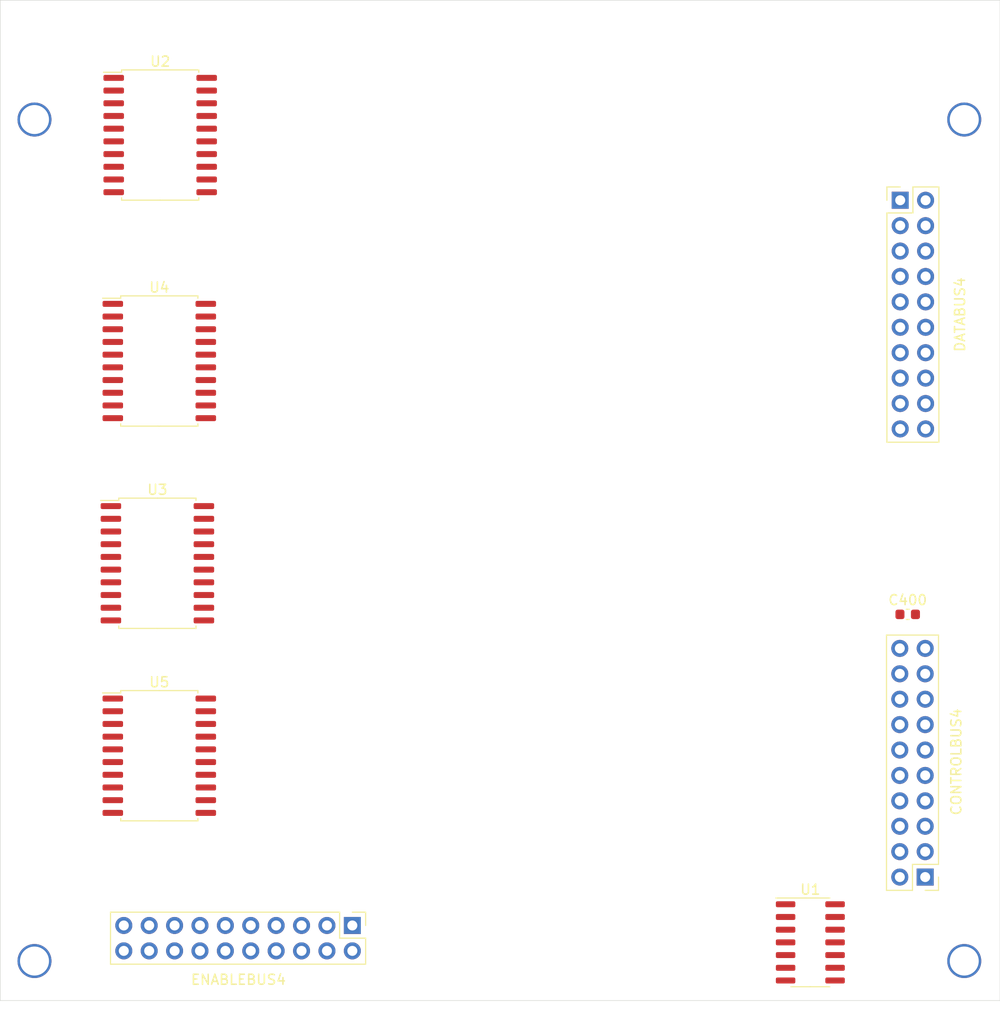
<source format=kicad_pcb>
(kicad_pcb (version 20211014) (generator pcbnew)
  (layers (0 "F.Cu" signal) (1 "In1.Cu" signal) (2 "In2.Cu" signal) (31 "B.Cu" signal) (34 "B.Paste" user) (35 "F.Paste" user) (36 "B.SilkS" user "B.Silkscreen") (37 "F.SilkS" user "F.Silkscreen") (38 "B.Mask" user) (39 "F.Mask" user) (44 "Edge.Cuts" user))
  (net 0 "")
  (net 1 "~{RES}")
  (net 2 "TASTART")
  (net 3 "PB6ON")
  (net 4 "CNT")
  (net 5 "PB7ON")
  (net 6 "SP")
  (net 7 "TAOUT")
  (net 8 "PHI2")
  (net 9 "TBOUT")
  (net 10 "~{FLAG}")
  (net 11 "SPMODE")
  (net 12 "TOD")
  (net 13 "TODIN")
  (net 14 "TAPULSE")
  (net 15 "ALARM")
  (net 16 "TBPULSE")
  (net 17 "ENABLE_NAND")
  (net 18 "TODIRQ")
  (net 20 "~{IRQ}")
  (net 21 "D7")
  (net 22 "D6")
  (net 23 "D5")
  (net 24 "D4")
  (net 25 "D3")
  (net 26 "D2")
  (net 27 "D1")
  (net 28 "D0")
  (net 29 "VCC")
  (net 30 "GND")
  (net 31 "DZ0")
  (net 32 "DZ4")
  (net 33 "DZ7")
  (net 34 "DZ3")
  (net 35 "DZ1")
  (net 36 "DZ5")
  (net 37 "DZ6")
  (net 38 "DZ2")
  (net 39 "~{EN6}")
  (net 40 "~{EN5}")
  (net 41 "~{EN7}")
  (net 42 "~{EN4}")
  (net 43 "~{EN14}")
  (net 44 "~{EN13}")
  (net 45 "~{EN12}")
  (net 46 "~{EN11}")
  (net 47 "~{EN10}")
  (net 48 "~{EN9}")
  (net 49 "~{EN8}")
  (net 50 "~{EN15}")
  (net 62 "/todAlarm/~{WEAT}")
  (net 63 "/todAlarm/ALARM0")
  (net 64 "/todAlarm/ALARM1")
  (net 65 "/todAlarm/ALARM2")
  (net 66 "/todAlarm/ALARM3")
  (net 67 "/~{PHI2}")
  (net 68 "/todAlarm/ALARM4")
  (net 69 "/todAlarm/ALARM5")
  (net 70 "/todAlarm/ALARM6")
  (net 71 "/todAlarm/ALARM7")
  (net 72 "/todAlarm/~{WEAM}")
  (net 73 "/todAlarm/ALARM16")
  (net 74 "/todAlarm/ALARM17")
  (net 75 "/todAlarm/ALARM18")
  (net 76 "/todAlarm/ALARM19")
  (net 77 "/todAlarm/ALARM20")
  (net 78 "/todAlarm/ALARM21")
  (net 79 "/todAlarm/ALARM22")
  (net 80 "/todAlarm/ALARM23")
  (net 81 "/todAlarm/~{WEAS}")
  (net 82 "/todAlarm/ALARM8")
  (net 83 "/todAlarm/ALARM9")
  (net 84 "/todAlarm/ALARM10")
  (net 85 "/todAlarm/ALARM11")
  (net 86 "/todAlarm/ALARM12")
  (net 87 "/todAlarm/ALARM13")
  (net 88 "/todAlarm/ALARM14")
  (net 89 "/todAlarm/ALARM15")
  (net 90 "/todAlarm/~{WEAH}")
  (net 91 "/todAlarm/ALARM24")
  (net 92 "/todAlarm/ALARM25")
  (net 93 "/todAlarm/ALARM26")
  (net 94 "/todAlarm/ALARM27")
  (net 95 "/todAlarm/ALARM28")
  (net 96 "/todAlarm/ALARM29")
  (net 97 "/todAlarm/ALARM30")
  (net 98 "/todAlarm/ALARM31")
  (footprint "Capacitor_SMD:C_0603_1608Metric" (layer "F.Cu") (at 190.75 106.4)
    (fp_text reference "C400" (at 0 -1.43) (layer "F.SilkS"))
    (fp_text value "100n")
    (fp_line (start -0.14058 -0.51) (end 0.14058 -0.51) (layer "F.SilkS") (width 0.12))
    (fp_line (start -0.14058 0.51) (end 0.14058 0.51) (layer "F.SilkS") (width 0.12))
    (pad "1" smd roundrect (at -0.775 0) (size 0.9 0.95) (layers "F.Cu" "F.Paste" "F.Mask") (net 1 "~{RES}"))
    (pad "2" smd roundrect (at 0.775 0) (size 0.9 0.95) (layers "F.Cu" "F.Paste" "F.Mask") (net 30 "GND"))
  )
  (footprint "Package_SO:SOIC-20W_7.5x12.8mm_P1.27mm" (layer "F.Cu") (at 115.89 81.07)
    (fp_text reference "U4" (at 0 -7.35) (layer "F.SilkS"))
    (fp_text value "74HC377")
    (fp_line (start -3.86 -6.275) (end -5.675 -6.275) (layer "F.SilkS") (width 0.12))
    (fp_line (start 0 6.51) (end -3.86 6.51) (layer "F.SilkS") (width 0.12))
    (fp_line (start -3.86 -6.51) (end -3.86 -6.275) (layer "F.SilkS") (width 0.12))
    (fp_line (start 3.86 -6.51) (end 3.86 -6.275) (layer "F.SilkS") (width 0.12))
    (fp_line (start 0 -6.51) (end 3.86 -6.51) (layer "F.SilkS") (width 0.12))
    (fp_line (start 0 -6.51) (end -3.86 -6.51) (layer "F.SilkS") (width 0.12))
    (fp_line (start -3.86 6.51) (end -3.86 6.275) (layer "F.SilkS") (width 0.12))
    (fp_line (start 3.86 6.51) (end 3.86 6.275) (layer "F.SilkS") (width 0.12))
    (fp_line (start 0 6.51) (end 3.86 6.51) (layer "F.SilkS") (width 0.12))
    (pad "1" smd roundrect (at -4.65 -5.715) (size 2.05 0.6) (layers "F.Cu" "F.Paste" "F.Mask") (net 81 "/todAlarm/~{WEAS}"))
    (pad "2" smd roundrect (at -4.65 -4.445) (size 2.05 0.6) (layers "F.Cu" "F.Paste" "F.Mask") (net 82 "/todAlarm/ALARM8"))
    (pad "3" smd roundrect (at -4.65 -3.175) (size 2.05 0.6) (layers "F.Cu" "F.Paste" "F.Mask") (net 31 "DZ0"))
    (pad "4" smd roundrect (at -4.65 -1.905) (size 2.05 0.6) (layers "F.Cu" "F.Paste" "F.Mask") (net 35 "DZ1"))
    (pad "5" smd roundrect (at -4.65 -0.635) (size 2.05 0.6) (layers "F.Cu" "F.Paste" "F.Mask") (net 83 "/todAlarm/ALARM9"))
    (pad "6" smd roundrect (at -4.65 0.635) (size 2.05 0.6) (layers "F.Cu" "F.Paste" "F.Mask") (net 84 "/todAlarm/ALARM10"))
    (pad "7" smd roundrect (at -4.65 1.905) (size 2.05 0.6) (layers "F.Cu" "F.Paste" "F.Mask") (net 38 "DZ2"))
    (pad "8" smd roundrect (at -4.65 3.175) (size 2.05 0.6) (layers "F.Cu" "F.Paste" "F.Mask") (net 34 "DZ3"))
    (pad "9" smd roundrect (at -4.65 4.445) (size 2.05 0.6) (layers "F.Cu" "F.Paste" "F.Mask") (net 85 "/todAlarm/ALARM11"))
    (pad "10" smd roundrect (at -4.65 5.715) (size 2.05 0.6) (layers "F.Cu" "F.Paste" "F.Mask") (net 30 "GND"))
    (pad "11" smd roundrect (at 4.65 5.715) (size 2.05 0.6) (layers "F.Cu" "F.Paste" "F.Mask") (net 67 "/~{PHI2}"))
    (pad "12" smd roundrect (at 4.65 4.445) (size 2.05 0.6) (layers "F.Cu" "F.Paste" "F.Mask") (net 86 "/todAlarm/ALARM12"))
    (pad "13" smd roundrect (at 4.65 3.175) (size 2.05 0.6) (layers "F.Cu" "F.Paste" "F.Mask") (net 32 "DZ4"))
    (pad "14" smd roundrect (at 4.65 1.905) (size 2.05 0.6) (layers "F.Cu" "F.Paste" "F.Mask") (net 36 "DZ5"))
    (pad "15" smd roundrect (at 4.65 0.635) (size 2.05 0.6) (layers "F.Cu" "F.Paste" "F.Mask") (net 87 "/todAlarm/ALARM13"))
    (pad "16" smd roundrect (at 4.65 -0.635) (size 2.05 0.6) (layers "F.Cu" "F.Paste" "F.Mask") (net 88 "/todAlarm/ALARM14"))
    (pad "17" smd roundrect (at 4.65 -1.905) (size 2.05 0.6) (layers "F.Cu" "F.Paste" "F.Mask") (net 37 "DZ6"))
    (pad "18" smd roundrect (at 4.65 -3.175) (size 2.05 0.6) (layers "F.Cu" "F.Paste" "F.Mask") (net 30 "GND"))
    (pad "19" smd roundrect (at 4.65 -4.445) (size 2.05 0.6) (layers "F.Cu" "F.Paste" "F.Mask") (net 89 "/todAlarm/ALARM15"))
    (pad "20" smd roundrect (at 4.65 -5.715) (size 2.05 0.6) (layers "F.Cu" "F.Paste" "F.Mask") (net 29 "VCC"))
  )
  (footprint "Package_SO:SOIC-14_3.9x8.7mm_P1.27mm" (layer "F.Cu") (at 181.01 139.19)
    (fp_text reference "U1" (at 0 -5.28) (layer "F.SilkS"))
    (fp_text value "74HC04")
    (fp_line (start 0 4.435) (end 1.95 4.435) (layer "F.SilkS") (width 0.12))
    (fp_line (start 0 -4.435) (end -3.45 -4.435) (layer "F.SilkS") (width 0.12))
    (fp_line (start 0 -4.435) (end 1.95 -4.435) (layer "F.SilkS") (width 0.12))
    (fp_line (start 0 4.435) (end -1.95 4.435) (layer "F.SilkS") (width 0.12))
    (pad "1" smd roundrect (at -2.475 -3.81) (size 1.95 0.6) (layers "F.Cu" "F.Paste" "F.Mask") (net 8 "PHI2"))
    (pad "2" smd roundrect (at -2.475 -2.54) (size 1.95 0.6) (layers "F.Cu" "F.Paste" "F.Mask") (net 67 "/~{PHI2}"))
    (pad "3" smd roundrect (at -2.475 -1.27) (size 1.95 0.6) (layers "F.Cu" "F.Paste" "F.Mask"))
    (pad "4" smd roundrect (at -2.475 0) (size 1.95 0.6) (layers "F.Cu" "F.Paste" "F.Mask"))
    (pad "5" smd roundrect (at -2.475 1.27) (size 1.95 0.6) (layers "F.Cu" "F.Paste" "F.Mask"))
    (pad "6" smd roundrect (at -2.475 2.54) (size 1.95 0.6) (layers "F.Cu" "F.Paste" "F.Mask"))
    (pad "7" smd roundrect (at -2.475 3.81) (size 1.95 0.6) (layers "F.Cu" "F.Paste" "F.Mask"))
    (pad "8" smd roundrect (at 2.475 3.81) (size 1.95 0.6) (layers "F.Cu" "F.Paste" "F.Mask"))
    (pad "9" smd roundrect (at 2.475 2.54) (size 1.95 0.6) (layers "F.Cu" "F.Paste" "F.Mask"))
    (pad "10" smd roundrect (at 2.475 1.27) (size 1.95 0.6) (layers "F.Cu" "F.Paste" "F.Mask"))
    (pad "11" smd roundrect (at 2.475 0) (size 1.95 0.6) (layers "F.Cu" "F.Paste" "F.Mask"))
    (pad "12" smd roundrect (at 2.475 -1.27) (size 1.95 0.6) (layers "F.Cu" "F.Paste" "F.Mask"))
    (pad "13" smd roundrect (at 2.475 -2.54) (size 1.95 0.6) (layers "F.Cu" "F.Paste" "F.Mask"))
    (pad "14" smd roundrect (at 2.475 -3.81) (size 1.95 0.6) (layers "F.Cu" "F.Paste" "F.Mask"))
  )
  (footprint "Package_SO:SOIC-20W_7.5x12.8mm_P1.27mm" (layer "F.Cu") (at 115.98 58.48)
    (fp_text reference "U2" (at 0 -7.35) (layer "F.SilkS"))
    (fp_text value "74HC377")
    (fp_line (start 3.86 -6.51) (end 3.86 -6.275) (layer "F.SilkS") (width 0.12))
    (fp_line (start 0 -6.51) (end -3.86 -6.51) (layer "F.SilkS") (width 0.12))
    (fp_line (start -3.86 6.51) (end -3.86 6.275) (layer "F.SilkS") (width 0.12))
    (fp_line (start 0 6.51) (end 3.86 6.51) (layer "F.SilkS") (width 0.12))
    (fp_line (start 0 -6.51) (end 3.86 -6.51) (layer "F.SilkS") (width 0.12))
    (fp_line (start -3.86 -6.275) (end -5.675 -6.275) (layer "F.SilkS") (width 0.12))
    (fp_line (start 0 6.51) (end -3.86 6.51) (layer "F.SilkS") (width 0.12))
    (fp_line (start -3.86 -6.51) (end -3.86 -6.275) (layer "F.SilkS") (width 0.12))
    (fp_line (start 3.86 6.51) (end 3.86 6.275) (layer "F.SilkS") (width 0.12))
    (pad "1" smd roundrect (at -4.65 -5.715) (size 2.05 0.6) (layers "F.Cu" "F.Paste" "F.Mask") (net 62 "/todAlarm/~{WEAT}"))
    (pad "2" smd roundrect (at -4.65 -4.445) (size 2.05 0.6) (layers "F.Cu" "F.Paste" "F.Mask") (net 63 "/todAlarm/ALARM0"))
    (pad "3" smd roundrect (at -4.65 -3.175) (size 2.05 0.6) (layers "F.Cu" "F.Paste" "F.Mask") (net 31 "DZ0"))
    (pad "4" smd roundrect (at -4.65 -1.905) (size 2.05 0.6) (layers "F.Cu" "F.Paste" "F.Mask") (net 35 "DZ1"))
    (pad "5" smd roundrect (at -4.65 -0.635) (size 2.05 0.6) (layers "F.Cu" "F.Paste" "F.Mask") (net 64 "/todAlarm/ALARM1"))
    (pad "6" smd roundrect (at -4.65 0.635) (size 2.05 0.6) (layers "F.Cu" "F.Paste" "F.Mask") (net 65 "/todAlarm/ALARM2"))
    (pad "7" smd roundrect (at -4.65 1.905) (size 2.05 0.6) (layers "F.Cu" "F.Paste" "F.Mask") (net 38 "DZ2"))
    (pad "8" smd roundrect (at -4.65 3.175) (size 2.05 0.6) (layers "F.Cu" "F.Paste" "F.Mask") (net 34 "DZ3"))
    (pad "9" smd roundrect (at -4.65 4.445) (size 2.05 0.6) (layers "F.Cu" "F.Paste" "F.Mask") (net 66 "/todAlarm/ALARM3"))
    (pad "10" smd roundrect (at -4.65 5.715) (size 2.05 0.6) (layers "F.Cu" "F.Paste" "F.Mask") (net 30 "GND"))
    (pad "11" smd roundrect (at 4.65 5.715) (size 2.05 0.6) (layers "F.Cu" "F.Paste" "F.Mask") (net 67 "/~{PHI2}"))
    (pad "12" smd roundrect (at 4.65 4.445) (size 2.05 0.6) (layers "F.Cu" "F.Paste" "F.Mask") (net 68 "/todAlarm/ALARM4"))
    (pad "13" smd roundrect (at 4.65 3.175) (size 2.05 0.6) (layers "F.Cu" "F.Paste" "F.Mask") (net 30 "GND"))
    (pad "14" smd roundrect (at 4.65 1.905) (size 2.05 0.6) (layers "F.Cu" "F.Paste" "F.Mask") (net 30 "GND"))
    (pad "15" smd roundrect (at 4.65 0.635) (size 2.05 0.6) (layers "F.Cu" "F.Paste" "F.Mask") (net 69 "/todAlarm/ALARM5"))
    (pad "16" smd roundrect (at 4.65 -0.635) (size 2.05 0.6) (layers "F.Cu" "F.Paste" "F.Mask") (net 70 "/todAlarm/ALARM6"))
    (pad "17" smd roundrect (at 4.65 -1.905) (size 2.05 0.6) (layers "F.Cu" "F.Paste" "F.Mask") (net 30 "GND"))
    (pad "18" smd roundrect (at 4.65 -3.175) (size 2.05 0.6) (layers "F.Cu" "F.Paste" "F.Mask") (net 30 "GND"))
    (pad "19" smd roundrect (at 4.65 -4.445) (size 2.05 0.6) (layers "F.Cu" "F.Paste" "F.Mask") (net 71 "/todAlarm/ALARM7"))
    (pad "20" smd roundrect (at 4.65 -5.715) (size 2.05 0.6) (layers "F.Cu" "F.Paste" "F.Mask") (net 29 "VCC"))
  )
  (footprint "Package_SO:SOIC-20W_7.5x12.8mm_P1.27mm" (layer "F.Cu") (at 115.89 120.53)
    (fp_text reference "U5" (at 0 -7.35) (layer "F.SilkS"))
    (fp_text value "74HC377")
    (fp_line (start 3.86 -6.51) (end 3.86 -6.275) (layer "F.SilkS") (width 0.12))
    (fp_line (start -3.86 6.51) (end -3.86 6.275) (layer "F.SilkS") (width 0.12))
    (fp_line (start 3.86 6.51) (end 3.86 6.275) (layer "F.SilkS") (width 0.12))
    (fp_line (start -3.86 -6.275) (end -5.675 -6.275) (layer "F.SilkS") (width 0.12))
    (fp_line (start -3.86 -6.51) (end -3.86 -6.275) (layer "F.SilkS") (width 0.12))
    (fp_line (start 0 -6.51) (end -3.86 -6.51) (layer "F.SilkS") (width 0.12))
    (fp_line (start 0 6.51) (end -3.86 6.51) (layer "F.SilkS") (width 0.12))
    (fp_line (start 0 -6.51) (end 3.86 -6.51) (layer "F.SilkS") (width 0.12))
    (fp_line (start 0 6.51) (end 3.86 6.51) (layer "F.SilkS") (width 0.12))
    (pad "1" smd roundrect (at -4.65 -5.715) (size 2.05 0.6) (layers "F.Cu" "F.Paste" "F.Mask") (net 90 "/todAlarm/~{WEAH}"))
    (pad "2" smd roundrect (at -4.65 -4.445) (size 2.05 0.6) (layers "F.Cu" "F.Paste" "F.Mask") (net 91 "/todAlarm/ALARM24"))
    (pad "3" smd roundrect (at -4.65 -3.175) (size 2.05 0.6) (layers "F.Cu" "F.Paste" "F.Mask") (net 31 "DZ0"))
    (pad "4" smd roundrect (at -4.65 -1.905) (size 2.05 0.6) (layers "F.Cu" "F.Paste" "F.Mask") (net 35 "DZ1"))
    (pad "5" smd roundrect (at -4.65 -0.635) (size 2.05 0.6) (layers "F.Cu" "F.Paste" "F.Mask") (net 92 "/todAlarm/ALARM25"))
    (pad "6" smd roundrect (at -4.65 0.635) (size 2.05 0.6) (layers "F.Cu" "F.Paste" "F.Mask") (net 93 "/todAlarm/ALARM26"))
    (pad "7" smd roundrect (at -4.65 1.905) (size 2.05 0.6) (layers "F.Cu" "F.Paste" "F.Mask") (net 38 "DZ2"))
    (pad "8" smd roundrect (at -4.65 3.175) (size 2.05 0.6) (layers "F.Cu" "F.Paste" "F.Mask") (net 34 "DZ3"))
    (pad "9" smd roundrect (at -4.65 4.445) (size 2.05 0.6) (layers "F.Cu" "F.Paste" "F.Mask") (net 94 "/todAlarm/ALARM27"))
    (pad "10" smd roundrect (at -4.65 5.715) (size 2.05 0.6) (layers "F.Cu" "F.Paste" "F.Mask") (net 30 "GND"))
    (pad "11" smd roundrect (at 4.65 5.715) (size 2.05 0.6) (layers "F.Cu" "F.Paste" "F.Mask") (net 67 "/~{PHI2}"))
    (pad "12" smd roundrect (at 4.65 4.445) (size 2.05 0.6) (layers "F.Cu" "F.Paste" "F.Mask") (net 95 "/todAlarm/ALARM28"))
    (pad "13" smd roundrect (at 4.65 3.175) (size 2.05 0.6) (layers "F.Cu" "F.Paste" "F.Mask") (net 32 "DZ4"))
    (pad "14" smd roundrect (at 4.65 1.905) (size 2.05 0.6) (layers "F.Cu" "F.Paste" "F.Mask") (net 30 "GND"))
    (pad "15" smd roundrect (at 4.65 0.635) (size 2.05 0.6) (layers "F.Cu" "F.Paste" "F.Mask") (net 96 "/todAlarm/ALARM29"))
    (pad "16" smd roundrect (at 4.65 -0.635) (size 2.05 0.6) (layers "F.Cu" "F.Paste" "F.Mask") (net 97 "/todAlarm/ALARM30"))
    (pad "17" smd roundrect (at 4.65 -1.905) (size 2.05 0.6) (layers "F.Cu" "F.Paste" "F.Mask") (net 30 "GND"))
    (pad "18" smd roundrect (at 4.65 -3.175) (size 2.05 0.6) (layers "F.Cu" "F.Paste" "F.Mask") (net 33 "DZ7"))
    (pad "19" smd roundrect (at 4.65 -4.445) (size 2.05 0.6) (layers "F.Cu" "F.Paste" "F.Mask") (net 98 "/todAlarm/ALARM31"))
    (pad "20" smd roundrect (at 4.65 -5.715) (size 2.05 0.6) (layers "F.Cu" "F.Paste" "F.Mask") (net 29 "VCC"))
  )
  (footprint "Connector_PinHeader_2.54mm:PinHeader_2x10_P2.54mm_Vertical" (layer "F.Cu") (at 190 65)
    (fp_text reference "DATABUS4" (at 5.979405 11.433523 90) (layer "F.SilkS"))
    (fp_text value "Conn_02x10_Odd_Even")
    (fp_line (start 3.87 -1.33) (end 3.87 24.19) (layer "F.SilkS") (width 0.12))
    (fp_line (start -1.33 0) (end -1.33 -1.33) (layer "F.SilkS") (width 0.12))
    (fp_line (start -1.33 1.27) (end 1.27 1.27) (layer "F.SilkS") (width 0.12))
    (fp_line (start 1.27 -1.33) (end 3.87 -1.33) (layer "F.SilkS") (width 0.12))
    (fp_line (start -1.33 -1.33) (end 0 -1.33) (layer "F.SilkS") (width 0.12))
    (fp_line (start -1.33 1.27) (end -1.33 24.19) (layer "F.SilkS") (width 0.12))
    (fp_line (start 1.27 1.27) (end 1.27 -1.33) (layer "F.SilkS") (width 0.12))
    (fp_line (start -1.33 24.19) (end 3.87 24.19) (layer "F.SilkS") (width 0.12))
    (pad "1" thru_hole rect locked (at 0 0) (size 1.7 1.7) (drill 1) (layers *.Cu *.Mask) (net 21 "D7"))
    (pad "2" thru_hole oval locked (at 2.54 0) (size 1.7 1.7) (drill 1) (layers *.Cu *.Mask) (net 22 "D6"))
    (pad "3" thru_hole oval locked (at 0 2.54) (size 1.7 1.7) (drill 1) (layers *.Cu *.Mask) (net 23 "D5"))
    (pad "4" thru_hole oval locked (at 2.54 2.54) (size 1.7 1.7) (drill 1) (layers *.Cu *.Mask) (net 24 "D4"))
    (pad "5" thru_hole oval locked (at 0 5.08) (size 1.7 1.7) (drill 1) (layers *.Cu *.Mask) (net 25 "D3"))
    (pad "6" thru_hole oval locked (at 2.54 5.08) (size 1.7 1.7) (drill 1) (layers *.Cu *.Mask) (net 26 "D2"))
    (pad "7" thru_hole oval locked (at 0 7.62) (size 1.7 1.7) (drill 1) (layers *.Cu *.Mask) (net 27 "D1"))
    (pad "8" thru_hole oval locked (at 2.54 7.62) (size 1.7 1.7) (drill 1) (layers *.Cu *.Mask) (net 28 "D0"))
    (pad "9" thru_hole oval locked (at 0 10.16) (size 1.7 1.7) (drill 1) (layers *.Cu *.Mask) (net 29 "VCC"))
    (pad "10" thru_hole oval locked (at 2.54 10.16) (size 1.7 1.7) (drill 1) (layers *.Cu *.Mask) (net 30 "GND"))
    (pad "11" thru_hole oval locked (at 0 12.7) (size 1.7 1.7) (drill 1) (layers *.Cu *.Mask) (net 29 "VCC"))
    (pad "12" thru_hole oval locked (at 2.54 12.7) (size 1.7 1.7) (drill 1) (layers *.Cu *.Mask) (net 30 "GND"))
    (pad "13" thru_hole oval locked (at 0 15.24) (size 1.7 1.7) (drill 1) (layers *.Cu *.Mask) (net 31 "DZ0"))
    (pad "14" thru_hole oval locked (at 2.54 15.24) (size 1.7 1.7) (drill 1) (layers *.Cu *.Mask) (net 32 "DZ4"))
    (pad "15" thru_hole oval locked (at 0 17.78) (size 1.7 1.7) (drill 1) (layers *.Cu *.Mask) (net 33 "DZ7"))
    (pad "16" thru_hole oval locked (at 2.54 17.78) (size 1.7 1.7) (drill 1) (layers *.Cu *.Mask) (net 34 "DZ3"))
    (pad "17" thru_hole oval locked (at 0 20.32) (size 1.7 1.7) (drill 1) (layers *.Cu *.Mask) (net 35 "DZ1"))
    (pad "18" thru_hole oval locked (at 2.54 20.32) (size 1.7 1.7) (drill 1) (layers *.Cu *.Mask) (net 36 "DZ5"))
    (pad "19" thru_hole oval locked (at 0 22.86) (size 1.7 1.7) (drill 1) (layers *.Cu *.Mask) (net 37 "DZ6"))
    (pad "20" thru_hole oval locked (at 2.54 22.86) (size 1.7 1.7) (drill 1) (layers *.Cu *.Mask) (net 38 "DZ2"))
  )
  (footprint "Connector_PinHeader_2.54mm:PinHeader_2x10_P2.54mm_Vertical" (layer "F.Cu") (at 192.5 132.66 180)
    (fp_text reference "CONTROLBUS4" (at -3.106867 11.512027 270) (layer "F.SilkS"))
    (fp_text value "Conn_02x10_Odd_Even")
    (fp_line (start 3.87 -1.33) (end 3.87 24.19) (layer "F.SilkS") (width 0.12))
    (fp_line (start -1.33 24.19) (end 3.87 24.19) (layer "F.SilkS") (width 0.12))
    (fp_line (start 1.27 1.27) (end 1.27 -1.33) (layer "F.SilkS") (width 0.12))
    (fp_line (start -1.33 -1.33) (end 0 -1.33) (layer "F.SilkS") (width 0.12))
    (fp_line (start 1.27 -1.33) (end 3.87 -1.33) (layer "F.SilkS") (width 0.12))
    (fp_line (start -1.33 0) (end -1.33 -1.33) (layer "F.SilkS") (width 0.12))
    (fp_line (start -1.33 1.27) (end -1.33 24.19) (layer "F.SilkS") (width 0.12))
    (fp_line (start -1.33 1.27) (end 1.27 1.27) (layer "F.SilkS") (width 0.12))
    (pad "1" thru_hole rect locked (at 0 0 180) (size 1.7 1.7) (drill 1) (layers *.Cu *.Mask) (net 2 "TASTART"))
    (pad "2" thru_hole oval locked (at 2.54 0 180) (size 1.7 1.7) (drill 1) (layers *.Cu *.Mask) (net 3 "PB6ON"))
    (pad "3" thru_hole oval locked (at 0 2.54 180) (size 1.7 1.7) (drill 1) (layers *.Cu *.Mask) (net 4 "CNT"))
    (pad "4" thru_hole oval locked (at 2.54 2.54 180) (size 1.7 1.7) (drill 1) (layers *.Cu *.Mask) (net 5 "PB7ON"))
    (pad "5" thru_hole oval locked (at 0 5.08 180) (size 1.7 1.7) (drill 1) (layers *.Cu *.Mask) (net 6 "SP"))
    (pad "6" thru_hole oval locked (at 2.54 5.08 180) (size 1.7 1.7) (drill 1) (layers *.Cu *.Mask) (net 7 "TAOUT"))
    (pad "7" thru_hole oval locked (at 0 7.62 180) (size 1.7 1.7) (drill 1) (layers *.Cu *.Mask) (net 8 "PHI2"))
    (pad "8" thru_hole oval locked (at 2.54 7.62 180) (size 1.7 1.7) (drill 1) (layers *.Cu *.Mask) (net 9 "TBOUT"))
    (pad "9" thru_hole oval locked (at 0 10.16 180) (size 1.7 1.7) (drill 1) (layers *.Cu *.Mask) (net 10 "~{FLAG}"))
    (pad "10" thru_hole oval locked (at 2.54 10.16 180) (size 1.7 1.7) (drill 1) (layers *.Cu *.Mask) (net 11 "SPMODE"))
    (pad "11" thru_hole oval locked (at 0 12.7 180) (size 1.7 1.7) (drill 1) (layers *.Cu *.Mask) (net 12 "TOD"))
    (pad "12" thru_hole oval locked (at 2.54 12.7 180) (size 1.7 1.7) (drill 1) (layers *.Cu *.Mask) (net 13 "TODIN"))
    (pad "13" thru_hole oval locked (at 0 15.24 180) (size 1.7 1.7) (drill 1) (layers *.Cu *.Mask) (net 14 "TAPULSE"))
    (pad "14" thru_hole oval locked (at 2.54 15.24 180) (size 1.7 1.7) (drill 1) (layers *.Cu *.Mask) (net 15 "ALARM"))
    (pad "15" thru_hole oval locked (at 0 17.78 180) (size 1.7 1.7) (drill 1) (layers *.Cu *.Mask) (net 16 "TBPULSE"))
    (pad "16" thru_hole oval locked (at 2.54 17.78 180) (size 1.7 1.7) (drill 1) (layers *.Cu *.Mask) (net 17 "ENABLE_NAND"))
    (pad "17" thru_hole oval locked (at 0 20.32 180) (size 1.7 1.7) (drill 1) (layers *.Cu *.Mask) (net 18 "TODIRQ"))
    (pad "18" thru_hole oval locked (at 2.54 20.32 180) (size 1.7 1.7) (drill 1) (layers *.Cu *.Mask))
    (pad "19" thru_hole oval locked (at 0 22.86 180) (size 1.7 1.7) (drill 1) (layers *.Cu *.Mask) (net 20 "~{IRQ}"))
    (pad "20" thru_hole oval locked (at 2.54 22.86 180) (size 1.7 1.7) (drill 1) (layers *.Cu *.Mask) (net 1 "~{RES}"))
  )
  (footprint "Package_SO:SOIC-20W_7.5x12.8mm_P1.27mm" (layer "F.Cu") (at 115.7 101.29)
    (fp_text reference "U3" (at 0 -7.35) (layer "F.SilkS"))
    (fp_text value "74HC377")
    (fp_line (start 0 6.51) (end 3.86 6.51) (layer "F.SilkS") (width 0.12))
    (fp_line (start 3.86 6.51) (end 3.86 6.275) (layer "F.SilkS") (width 0.12))
    (fp_line (start 0 -6.51) (end 3.86 -6.51) (layer "F.SilkS") (width 0.12))
    (fp_line (start -3.86 6.51) (end -3.86 6.275) (layer "F.SilkS") (width 0.12))
    (fp_line (start -3.86 -6.275) (end -5.675 -6.275) (layer "F.SilkS") (width 0.12))
    (fp_line (start 3.86 -6.51) (end 3.86 -6.275) (layer "F.SilkS") (width 0.12))
    (fp_line (start 0 -6.51) (end -3.86 -6.51) (layer "F.SilkS") (width 0.12))
    (fp_line (start -3.86 -6.51) (end -3.86 -6.275) (layer "F.SilkS") (width 0.12))
    (fp_line (start 0 6.51) (end -3.86 6.51) (layer "F.SilkS") (width 0.12))
    (pad "1" smd roundrect (at -4.65 -5.715) (size 2.05 0.6) (layers "F.Cu" "F.Paste" "F.Mask") (net 72 "/todAlarm/~{WEAM}"))
    (pad "2" smd roundrect (at -4.65 -4.445) (size 2.05 0.6) (layers "F.Cu" "F.Paste" "F.Mask") (net 73 "/todAlarm/ALARM16"))
    (pad "3" smd roundrect (at -4.65 -3.175) (size 2.05 0.6) (layers "F.Cu" "F.Paste" "F.Mask") (net 31 "DZ0"))
    (pad "4" smd roundrect (at -4.65 -1.905) (size 2.05 0.6) (layers "F.Cu" "F.Paste" "F.Mask") (net 35 "DZ1"))
    (pad "5" smd roundrect (at -4.65 -0.635) (size 2.05 0.6) (layers "F.Cu" "F.Paste" "F.Mask") (net 74 "/todAlarm/ALARM17"))
    (pad "6" smd roundrect (at -4.65 0.635) (size 2.05 0.6) (layers "F.Cu" "F.Paste" "F.Mask") (net 75 "/todAlarm/ALARM18"))
    (pad "7" smd roundrect (at -4.65 1.905) (size 2.05 0.6) (layers "F.Cu" "F.Paste" "F.Mask") (net 38 "DZ2"))
    (pad "8" smd roundrect (at -4.65 3.175) (size 2.05 0.6) (layers "F.Cu" "F.Paste" "F.Mask") (net 34 "DZ3"))
    (pad "9" smd roundrect (at -4.65 4.445) (size 2.05 0.6) (layers "F.Cu" "F.Paste" "F.Mask") (net 76 "/todAlarm/ALARM19"))
    (pad "10" smd roundrect (at -4.65 5.715) (size 2.05 0.6) (layers "F.Cu" "F.Paste" "F.Mask") (net 30 "GND"))
    (pad "11" smd roundrect (at 4.65 5.715) (size 2.05 0.6) (layers "F.Cu" "F.Paste" "F.Mask") (net 67 "/~{PHI2}"))
    (pad "12" smd roundrect (at 4.65 4.445) (size 2.05 0.6) (layers "F.Cu" "F.Paste" "F.Mask") (net 77 "/todAlarm/ALARM20"))
    (pad "13" smd roundrect (at 4.65 3.175) (size 2.05 0.6) (layers "F.Cu" "F.Paste" "F.Mask") (net 32 "DZ4"))
    (pad "14" smd roundrect (at 4.65 1.905) (size 2.05 0.6) (layers "F.Cu" "F.Paste" "F.Mask") (net 36 "DZ5"))
    (pad "15" smd roundrect (at 4.65 0.635) (size 2.05 0.6) (layers "F.Cu" "F.Paste" "F.Mask") (net 78 "/todAlarm/ALARM21"))
    (pad "16" smd roundrect (at 4.65 -0.635) (size 2.05 0.6) (layers "F.Cu" "F.Paste" "F.Mask") (net 79 "/todAlarm/ALARM22"))
    (pad "17" smd roundrect (at 4.65 -1.905) (size 2.05 0.6) (layers "F.Cu" "F.Paste" "F.Mask") (net 37 "DZ6"))
    (pad "18" smd roundrect (at 4.65 -3.175) (size 2.05 0.6) (layers "F.Cu" "F.Paste" "F.Mask") (net 30 "GND"))
    (pad "19" smd roundrect (at 4.65 -4.445) (size 2.05 0.6) (layers "F.Cu" "F.Paste" "F.Mask") (net 80 "/todAlarm/ALARM23"))
    (pad "20" smd roundrect (at 4.65 -5.715) (size 2.05 0.6) (layers "F.Cu" "F.Paste" "F.Mask") (net 29 "VCC"))
  )
  (footprint "Connector_PinHeader_2.54mm:PinHeader_2x10_P2.54mm_Vertical" (layer "F.Cu") (at 135.2 137.5 -90)
    (fp_text reference "ENABLEBUS4" (at 5.421035 11.393898 180) (layer "F.SilkS"))
    (fp_text value "Conn_02x10_Odd_Even")
    (fp_line (start -1.33 0) (end -1.33 -1.33) (layer "F.SilkS") (width 0.12))
    (fp_line (start -1.33 24.19) (end 3.87 24.19) (layer "F.SilkS") (width 0.12))
    (fp_line (start -1.33 -1.33) (end 0 -1.33) (layer "F.SilkS") (width 0.12))
    (fp_line (start -1.33 1.27) (end 1.27 1.27) (layer "F.SilkS") (width 0.12))
    (fp_line (start 3.87 -1.33) (end 3.87 24.19) (layer "F.SilkS") (width 0.12))
    (fp_line (start 1.27 1.27) (end 1.27 -1.33) (layer "F.SilkS") (width 0.12))
    (fp_line (start 1.27 -1.33) (end 3.87 -1.33) (layer "F.SilkS") (width 0.12))
    (fp_line (start -1.33 1.27) (end -1.33 24.19) (layer "F.SilkS") (width 0.12))
    (pad "1" thru_hole rect locked (at 0 0 270) (size 1.7 1.7) (drill 1) (layers *.Cu *.Mask) (net 39 "~{EN6}"))
    (pad "2" thru_hole oval locked (at 2.54 0 270) (size 1.7 1.7) (drill 1) (layers *.Cu *.Mask) (net 40 "~{EN5}"))
    (pad "3" thru_hole oval locked (at 0 2.54 270) (size 1.7 1.7) (drill 1) (layers *.Cu *.Mask) (net 41 "~{EN7}"))
    (pad "4" thru_hole oval locked (at 2.54 2.54 270) (size 1.7 1.7) (drill 1) (layers *.Cu *.Mask) (net 42 "~{EN4}"))
    (pad "5" thru_hole oval locked (at 0 5.08 270) (size 1.7 1.7) (drill 1) (layers *.Cu *.Mask) (net 43 "~{EN14}"))
    (pad "6" thru_hole oval locked (at 2.54 5.08 270) (size 1.7 1.7) (drill 1) (layers *.Cu *.Mask) (net 29 "VCC"))
    (pad "7" thru_hole oval locked (at 0 7.62 270) (size 1.7 1.7) (drill 1) (layers *.Cu *.Mask) (net 44 "~{EN13}"))
    (pad "8" thru_hole oval locked (at 2.54 7.62 270) (size 1.7 1.7) (drill 1) (layers *.Cu *.Mask) (net 29 "VCC"))
    (pad "9" thru_hole oval locked (at 0 10.16 270) (size 1.7 1.7) (drill 1) (layers *.Cu *.Mask) (net 45 "~{EN12}"))
    (pad "10" thru_hole oval locked (at 2.54 10.16 270) (size 1.7 1.7) (drill 1) (layers *.Cu *.Mask) (net 29 "VCC"))
    (pad "11" thru_hole oval locked (at 0 12.7 270) (size 1.7 1.7) (drill 1) (layers *.Cu *.Mask) (net 46 "~{EN11}"))
    (pad "12" thru_hole oval locked (at 2.54 12.7 270) (size 1.7 1.7) (drill 1) (layers *.Cu *.Mask) (net 29 "VCC"))
    (pad "13" thru_hole oval locked (at 0 15.24 270) (size 1.7 1.7) (drill 1) (layers *.Cu *.Mask) (net 47 "~{EN10}"))
    (pad "14" thru_hole oval locked (at 2.54 15.24 270) (size 1.7 1.7) (drill 1) (layers *.Cu *.Mask) (net 30 "GND"))
    (pad "15" thru_hole oval locked (at 0 17.78 270) (size 1.7 1.7) (drill 1) (layers *.Cu *.Mask) (net 48 "~{EN9}"))
    (pad "16" thru_hole oval locked (at 2.54 17.78 270) (size 1.7 1.7) (drill 1) (layers *.Cu *.Mask) (net 30 "GND"))
    (pad "17" thru_hole oval locked (at 0 20.32 270) (size 1.7 1.7) (drill 1) (layers *.Cu *.Mask) (net 49 "~{EN8}"))
    (pad "18" thru_hole oval locked (at 2.54 20.32 270) (size 1.7 1.7) (drill 1) (layers *.Cu *.Mask) (net 30 "GND"))
    (pad "19" thru_hole oval locked (at 0 22.86 270) (size 1.7 1.7) (drill 1) (layers *.Cu *.Mask) (net 50 "~{EN15}"))
    (pad "20" thru_hole oval locked (at 2.54 22.86 270) (size 1.7 1.7) (drill 1) (layers *.Cu *.Mask) (net 30 "GND"))
  )
  (gr_line (start 199.981802 45.005538) (end 99.981802 45.005538) (layer "Edge.Cuts") (width 0.05))
  (gr_line (start 99.981802 145.005538) (end 199.981802 145.005538) (layer "Edge.Cuts") (width 0.05))
  (gr_line (start 99.981802 45.005538) (end 99.981802 145.005538) (layer "Edge.Cuts") (width 0.05))
  (gr_line (start 199.981802 145.005538) (end 199.981802 45.005538) (layer "Edge.Cuts") (width 0.05))
  (via (at 103.406802 56.930538) (size 3.4) (drill 2.9) (layers "F.Cu" "B.Cu") (net 30))
  (via (at 103.406802 141.055538) (size 3.4) (drill 2.9) (layers "F.Cu" "B.Cu") (net 30))
  (via (at 196.406802 56.930538) (size 3.4) (drill 2.9) (layers "F.Cu" "B.Cu") (net 30))
  (via (at 196.406802 141.055538) (size 3.4) (drill 2.9) (layers "F.Cu" "B.Cu") (net 30))
)
</source>
